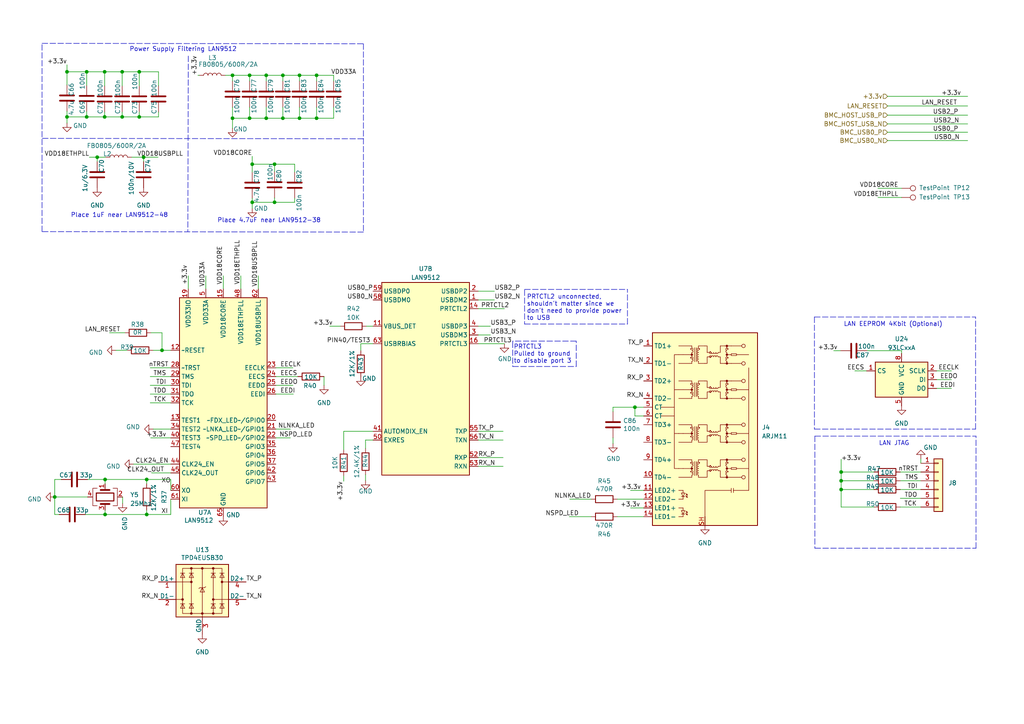
<source format=kicad_sch>
(kicad_sch (version 20210621) (generator eeschema)
  (paper "A4")
  (title_block (title "srvant-board MK1") (date "2021-07-14") (rev "rev-0.1dev"))
  (lib_symbols
    (symbol "CM4IO:TPD4EUSB30" (pin_names (offset 0))
      (property "Reference" "U" (at -0.635 8.89 0))
      (property "Value" "TPD4EUSB30" (at 8.89 -10.16 0))
      (symbol "TPD4EUSB30_1_1"
        (pin passive line (at -12.7 2.54 0) (length 5.08) (name "D1+") (number "1"))
        (pin passive line (at -12.7 2.54 0) (length 5.08) hide (name "~") (number "10"))
        (pin passive line (at -12.7 -2.54 0) (length 5.08) (name "D1-") (number "2"))
        (pin power_in line (at 0 -12.7 90) (length 5.08) (name "GND") (number "3"))
        (pin passive line (at 12.7 2.54 180) (length 5.08) (name "D2+") (number "4"))
        (pin passive line (at 12.7 -2.54 180) (length 5.08) (name "D2-") (number "5"))
        (pin passive line (at 12.7 -2.54 180) (length 5.08) hide (name "~") (number "6"))
        (pin passive line (at 12.7 2.54 180) (length 5.08) hide (name "~") (number "7"))
        (pin passive line (at 0 -12.7 90) (length 5.08) hide (name "GND") (number "8"))
        (pin passive line (at -12.7 -2.54 0) (length 5.08) hide (name "~") (number "9"))
      )
    )
    (symbol "Connector:ARJM11"
      (property "Reference" "J" (at -11.43 27.94 0))
      (property "Value" "ARJM11" (at 10.16 29.21 0))
      (symbol "ARJM11_1_1"
        (pin passive line (at -17.78 21.59 0) (length 2.54) (name "TD1+") (number "1"))
        (pin passive line (at -17.78 -16.51 0) (length 2.54) (name "TD4-") (number "10"))
        (pin passive line (at -17.78 -20.32 0) (length 2.54) (name "LED2+") (number "11"))
        (pin passive line (at -17.78 -22.86 0) (length 2.54) (name "LED2-") (number "12"))
        (pin passive line (at -17.78 -25.4 0) (length 2.54) (name "LED1+") (number "13"))
        (pin passive line (at -17.78 -27.94 0) (length 2.54) (name "LED1-") (number "14"))
        (pin passive line (at -17.78 16.51 0) (length 2.54) (name "TD1-") (number "2"))
        (pin passive line (at -17.78 11.43 0) (length 2.54) (name "TD2+") (number "3"))
        (pin passive line (at -17.78 6.35 0) (length 2.54) (name "TD2-") (number "4"))
        (pin passive line (at -17.78 3.81 0) (length 2.54) (name "CT") (number "5"))
        (pin passive line (at -17.78 1.27 0) (length 2.54) (name "CT") (number "6"))
        (pin passive line (at -17.78 -1.27 0) (length 2.54) (name "TD3+") (number "7"))
        (pin passive line (at -17.78 -6.35 0) (length 2.54) (name "TD3-") (number "8"))
        (pin passive line (at -17.78 -11.43 0) (length 2.54) (name "TD4+") (number "9"))
        (pin passive line (at 0 -30.48 90) (length 2.54) (name "~") (number "SH"))
      )
    )
    (symbol "Connector:TestPoint" (pin_numbers hide) (pin_names (offset 0.762) hide)
      (property "Reference" "TP" (at 0 6.858 0))
      (property "Value" "TestPoint" (at 0 5.08 0))
      (symbol "TestPoint_1_1"
        (pin passive line (at 0 0 90) (length 2.54) (name "1") (number "1"))
      )
    )
    (symbol "Connector_Generic:Conn_01x06" (pin_names (offset 1.016) hide)
      (property "Reference" "J" (at 0 7.62 0))
      (property "Value" "Conn_01x06" (at 0 -10.16 0))
      (symbol "Conn_01x06_1_1"
        (pin passive line (at -5.08 5.08 0) (length 3.81) (name "Pin_1") (number "1"))
        (pin passive line (at -5.08 2.54 0) (length 3.81) (name "Pin_2") (number "2"))
        (pin passive line (at -5.08 0 0) (length 3.81) (name "Pin_3") (number "3"))
        (pin passive line (at -5.08 -2.54 0) (length 3.81) (name "Pin_4") (number "4"))
        (pin passive line (at -5.08 -5.08 0) (length 3.81) (name "Pin_5") (number "5"))
        (pin passive line (at -5.08 -7.62 0) (length 3.81) (name "Pin_6") (number "6"))
      )
    )
    (symbol "Device:C" (pin_numbers hide) (pin_names (offset 0.254))
      (property "Reference" "C" (at 0.635 2.54 0))
      (property "Value" "C" (at 0.635 -2.54 0))
      (symbol "C_1_1"
        (pin passive line (at 0 3.81 270) (length 2.794) (name "~") (number "1"))
        (pin passive line (at 0 -3.81 90) (length 2.794) (name "~") (number "2"))
      )
    )
    (symbol "Device:Crystal_GND24" (pin_names (offset 1.016) hide)
      (property "Reference" "Y" (at 3.175 5.08 0))
      (property "Value" "Crystal_GND24" (at 3.175 3.175 0))
      (symbol "Crystal_GND24_1_1"
        (pin passive line (at -3.81 0 0) (length 1.27) (name "1") (number "1"))
        (pin passive line (at 0 5.08 270) (length 1.27) (name "2") (number "2"))
        (pin passive line (at 3.81 0 180) (length 1.27) (name "3") (number "3"))
        (pin passive line (at 0 -5.08 90) (length 1.27) (name "4") (number "4"))
      )
    )
    (symbol "Device:L" (pin_numbers hide) (pin_names (offset 1.016) hide)
      (property "Reference" "L" (at -1.27 0 90))
      (property "Value" "L" (at 1.905 0 90))
      (symbol "L_1_1"
        (pin passive line (at 0 3.81 270) (length 1.27) (name "1") (number "1"))
        (pin passive line (at 0 -3.81 90) (length 1.27) (name "2") (number "2"))
      )
    )
    (symbol "Device:R" (pin_numbers hide) (pin_names (offset 0))
      (property "Reference" "R" (at 2.032 0 90))
      (property "Value" "R" (at 0 0 90))
      (symbol "R_1_1"
        (pin passive line (at 0 3.81 270) (length 1.27) (name "~") (number "1"))
        (pin passive line (at 0 -3.81 90) (length 1.27) (name "~") (number "2"))
      )
    )
    (symbol "Interface_Ethernet:LAN9512"
      (property "Reference" "U" (at -15.24 31.75 0))
      (property "Value" "LAN9512" (at 15.24 31.75 0))
      (symbol "LAN9512_1_1"
        (pin passive line (at -5.08 33.02 270) (length 2.54) hide (name "VDD33A") (number "10"))
        (pin input line (at -15.24 15.24 0) (length 2.54) (name "~RESET") (number "12"))
        (pin input line (at -15.24 -5.08 0) (length 2.54) (name "TEST1") (number "13"))
        (pin power_in line (at 0 33.02 270) (length 2.54) (name "VDD18CORE") (number "15"))
        (pin power_in line (at -10.16 33.02 270) (length 2.54) (name "VDD33IO") (number "19"))
        (pin bidirectional line (at 15.24 -5.08 180) (length 2.54) (name "~FDX_LED~/GPIO0") (number "20"))
        (pin bidirectional line (at 15.24 -7.62 180) (length 2.54) (name "~LNKA_LED~/GPIO1") (number "21"))
        (pin bidirectional line (at 15.24 -10.16 180) (length 2.54) (name "~SPD_LED~/GPIO2") (number "22"))
        (pin output line (at 15.24 10.16 180) (length 2.54) (name "EECLK") (number "23"))
        (pin output line (at 15.24 7.62 180) (length 2.54) (name "EECS") (number "24"))
        (pin output line (at 15.24 5.08 180) (length 2.54) (name "EEDO") (number "25"))
        (pin input line (at 15.24 2.54 180) (length 2.54) (name "EEDI") (number "26"))
        (pin passive line (at -10.16 33.02 270) (length 2.54) hide (name "VDD33IO") (number "27"))
        (pin input line (at -15.24 10.16 0) (length 2.54) (name "~TRST") (number "28"))
        (pin input line (at -15.24 7.62 0) (length 2.54) (name "TMS") (number "29"))
        (pin input line (at -15.24 5.08 0) (length 2.54) (name "TDI") (number "30"))
        (pin output line (at -15.24 2.54 0) (length 2.54) (name "TDO") (number "31"))
        (pin input line (at -15.24 0 0) (length 2.54) (name "TCK") (number "32"))
        (pin passive line (at -10.16 33.02 270) (length 2.54) hide (name "VDD33IO") (number "33"))
        (pin input line (at -15.24 -7.62 0) (length 2.54) (name "TEST2") (number "34"))
        (pin bidirectional line (at 15.24 -12.7 180) (length 2.54) (name "GPIO3") (number "35"))
        (pin bidirectional line (at 15.24 -15.24 180) (length 2.54) (name "GPIO4") (number "36"))
        (pin bidirectional line (at 15.24 -17.78 180) (length 2.54) (name "GPIO5") (number "37"))
        (pin passive line (at 0 33.02 270) (length 2.54) hide (name "VDD18CORE") (number "38"))
        (pin passive line (at -10.16 33.02 270) (length 2.54) hide (name "VDD33IO") (number "39"))
        (pin input line (at -15.24 -10.16 0) (length 2.54) (name "TEST3") (number "40"))
        (pin bidirectional line (at 15.24 -20.32 180) (length 2.54) (name "GPIO6") (number "42"))
        (pin bidirectional line (at 15.24 -22.86 180) (length 2.54) (name "GPIO7") (number "43"))
        (pin input line (at -15.24 -17.78 0) (length 2.54) (name "CLK24_EN") (number "44"))
        (pin output line (at -15.24 -20.32 0) (length 2.54) (name "CLK24_OUT") (number "45"))
        (pin passive line (at -10.16 33.02 270) (length 2.54) hide (name "VDD33IO") (number "46"))
        (pin input line (at -15.24 -12.7 0) (length 2.54) (name "TEST4") (number "47"))
        (pin power_in line (at 5.08 33.02 270) (length 2.54) (name "VDD18ETHPLL") (number "48"))
        (pin passive line (at -5.08 33.02 270) (length 2.54) hide (name "VDD33A") (number "49"))
        (pin power_in line (at -5.08 33.02 270) (length 2.54) (name "VDD33A") (number "5"))
        (pin passive line (at -5.08 33.02 270) (length 2.54) hide (name "VDD33A") (number "51"))
        (pin passive line (at -5.08 33.02 270) (length 2.54) hide (name "VDD33A") (number "54"))
        (pin passive line (at -5.08 33.02 270) (length 2.54) hide (name "VDD33A") (number "57"))
        (pin input line (at -15.24 -25.4 0) (length 2.54) (name "XO") (number "60"))
        (pin input line (at -15.24 -27.94 0) (length 2.54) (name "XI") (number "61"))
        (pin power_in line (at 10.16 33.02 270) (length 2.54) (name "VDD18USBPLL") (number "62"))
        (pin passive line (at -5.08 33.02 270) (length 2.54) hide (name "VDD33A") (number "64"))
        (pin power_in line (at 0 -33.02 90) (length 2.54) (name "GND") (number "65"))
      )
      (symbol "LAN9512_2_1"
        (pin bidirectional line (at 15.24 22.86 180) (length 2.54) (name "USBDM2") (number "1"))
        (pin input line (at -15.24 15.24 0) (length 2.54) (name "VBUS_DET") (number "11"))
        (pin bidirectional line (at 15.24 20.32 180) (length 2.54) (name "PRTCTL2") (number "14"))
        (pin bidirectional line (at 15.24 10.16 180) (length 2.54) (name "PRTCTL3") (number "16"))
        (pin no_connect line (at 12.7 0 180) (length 2.54) hide (name "NC") (number "17"))
        (pin no_connect line (at 12.7 -10.16 180) (length 2.54) hide (name "NC") (number "18"))
        (pin bidirectional line (at 15.24 25.4 180) (length 2.54) (name "USBDP2") (number "2"))
        (pin bidirectional line (at 15.24 12.7 180) (length 2.54) (name "USBDM3") (number "3"))
        (pin bidirectional line (at 15.24 15.24 180) (length 2.54) (name "USBDP3") (number "4"))
        (pin input line (at -15.24 -15.24 0) (length 2.54) (name "AUTOMDIX_EN") (number "41"))
        (pin input line (at -15.24 -17.78 0) (length 2.54) (name "EXRES") (number "50"))
        (pin input line (at 15.24 -22.86 180) (length 2.54) (name "RXP") (number "52"))
        (pin input line (at 15.24 -25.4 180) (length 2.54) (name "RXN") (number "53"))
        (pin output line (at 15.24 -15.24 180) (length 2.54) (name "TXP") (number "55"))
        (pin output line (at 15.24 -17.78 180) (length 2.54) (name "TXN") (number "56"))
        (pin bidirectional line (at -15.24 22.86 0) (length 2.54) (name "USBDM0") (number "58"))
        (pin bidirectional line (at -15.24 25.4 0) (length 2.54) (name "USBDP0") (number "59"))
        (pin no_connect line (at 12.7 2.54 180) (length 2.54) hide (name "NC") (number "6"))
        (pin input line (at -15.24 10.16 0) (length 2.54) (name "USBRBIAS") (number "63"))
        (pin no_connect line (at 12.7 5.08 180) (length 2.54) hide (name "NC") (number "7"))
        (pin no_connect line (at 12.7 -7.62 180) (length 2.54) hide (name "NC") (number "8"))
        (pin no_connect line (at 12.7 -5.08 180) (length 2.54) hide (name "NC") (number "9"))
      )
    )
    (symbol "Memory_EEPROM:93LCxxA"
      (property "Reference" "U" (at -7.62 6.35 0))
      (property "Value" "93LCxxA" (at 2.54 -6.35 0))
      (symbol "93LCxxA_1_1"
        (pin input line (at -10.16 2.54 0) (length 2.54) (name "CS") (number "1"))
        (pin input line (at 10.16 2.54 180) (length 2.54) (name "SCLK") (number "2"))
        (pin input line (at 10.16 0 180) (length 2.54) (name "DI") (number "3"))
        (pin tri_state line (at 10.16 -2.54 180) (length 2.54) (name "DO") (number "4"))
        (pin power_in line (at 0 -7.62 90) (length 2.54) (name "GND") (number "5"))
        (pin no_connect line (at -7.62 0 0) (length 2.54) hide (name "NC") (number "6"))
        (pin no_connect line (at -7.62 -2.54 0) (length 2.54) hide (name "NC") (number "7"))
        (pin power_in line (at 0 7.62 270) (length 2.54) (name "VCC") (number "8"))
      )
    )
    (symbol "power:GND" (power) (pin_names (offset 0))
      (property "Value" "GND" (at 0 -3.81 0))
      (symbol "GND_1_1"
        (pin power_in line (at 0 0 270) (length 0) hide (name "GND") (number "1"))
      )
    )
  )
  (junction (at 15.875 144.145) (diameter 0.9144))
  (junction (at 19.431 20.828) (diameter 0.9144))
  (junction (at 19.431 33.909) (diameter 0.9144))
  (junction (at 25.146 20.828) (diameter 0.9144))
  (junction (at 25.146 33.909) (diameter 0.9144))
  (junction (at 28.194 45.593) (diameter 0.9144))
  (junction (at 30.353 20.828) (diameter 0.9144))
  (junction (at 30.353 33.909) (diameter 0.9144))
  (junction (at 30.48 139.065) (diameter 0.9144))
  (junction (at 30.48 149.225) (diameter 0.9144))
  (junction (at 35.433 20.828) (diameter 0.9144))
  (junction (at 35.433 33.909) (diameter 0.9144))
  (junction (at 40.386 20.828) (diameter 0.9144))
  (junction (at 40.386 33.909) (diameter 0.9144))
  (junction (at 41.656 45.593) (diameter 0.9144))
  (junction (at 42.545 139.065) (diameter 0.9144))
  (junction (at 42.545 149.225) (diameter 0.9144))
  (junction (at 46.99 101.6) (diameter 0.9144))
  (junction (at 67.437 21.844) (diameter 0.9144))
  (junction (at 67.437 34.29) (diameter 0.9144))
  (junction (at 72.39 21.844) (diameter 0.9144))
  (junction (at 72.39 34.29) (diameter 0.9144))
  (junction (at 73.152 47.625) (diameter 0.9144))
  (junction (at 73.152 58.674) (diameter 0.9144))
  (junction (at 77.216 21.844) (diameter 0.9144))
  (junction (at 77.216 34.29) (diameter 0.9144))
  (junction (at 79.629 47.625) (diameter 0.9144))
  (junction (at 79.629 58.674) (diameter 0.9144))
  (junction (at 82.042 21.844) (diameter 0.9144))
  (junction (at 82.042 34.29) (diameter 0.9144))
  (junction (at 86.868 21.844) (diameter 0.9144))
  (junction (at 86.868 34.29) (diameter 0.9144))
  (junction (at 91.821 21.844) (diameter 0.9144))
  (junction (at 91.821 34.29) (diameter 0.9144))
  (junction (at 184.15 118.11) (diameter 0.9144))
  (junction (at 243.967 136.906) (diameter 0.9144))
  (junction (at 243.967 139.446) (diameter 0.9144))
  (junction (at 243.967 141.986) (diameter 0.9144))
  (wire (pts (xy 15.875 139.065) (xy 15.875 144.145)))
  (wire (pts (xy 15.875 144.145) (xy 15.875 149.225)))
  (wire (pts (xy 15.875 144.145) (xy 25.4 144.145)))
  (wire (pts (xy 15.875 149.225) (xy 17.145 149.225)))
  (wire (pts (xy 17.78 139.065) (xy 15.875 139.065)))
  (wire (pts (xy 19.431 18.796) (xy 19.431 20.828)))
  (wire (pts (xy 19.431 20.828) (xy 25.146 20.828)))
  (wire (pts (xy 19.431 24.638) (xy 19.431 20.828)))
  (wire (pts (xy 19.431 32.258) (xy 19.431 33.909)))
  (wire (pts (xy 19.431 33.909) (xy 19.431 35.687)))
  (wire (pts (xy 19.431 33.909) (xy 25.146 33.909)))
  (wire (pts (xy 24.765 149.225) (xy 30.48 149.225)))
  (wire (pts (xy 25.146 20.828) (xy 25.146 24.765)))
  (wire (pts (xy 25.146 20.828) (xy 30.353 20.828)))
  (wire (pts (xy 25.146 32.385) (xy 25.146 33.909)))
  (wire (pts (xy 25.146 33.909) (xy 30.353 33.909)))
  (wire (pts (xy 25.4 139.065) (xy 30.48 139.065)))
  (wire (pts (xy 25.908 45.593) (xy 28.194 45.593)))
  (wire (pts (xy 28.194 45.593) (xy 28.194 46.863)))
  (wire (pts (xy 28.194 45.593) (xy 30.607 45.593)))
  (wire (pts (xy 30.353 20.828) (xy 30.353 24.892)))
  (wire (pts (xy 30.353 20.828) (xy 35.433 20.828)))
  (wire (pts (xy 30.353 32.512) (xy 30.353 33.909)))
  (wire (pts (xy 30.353 33.909) (xy 35.433 33.909)))
  (wire (pts (xy 30.48 139.065) (xy 30.48 140.335)))
  (wire (pts (xy 30.48 139.065) (xy 42.545 139.065)))
  (wire (pts (xy 30.48 147.955) (xy 30.48 149.225)))
  (wire (pts (xy 30.48 149.225) (xy 42.545 149.225)))
  (wire (pts (xy 31.75 96.52) (xy 36.195 96.52)))
  (wire (pts (xy 33.655 101.6) (xy 36.83 101.6)))
  (wire (pts (xy 35.433 20.828) (xy 35.433 24.892)))
  (wire (pts (xy 35.433 20.828) (xy 40.386 20.828)))
  (wire (pts (xy 35.433 32.512) (xy 35.433 33.909)))
  (wire (pts (xy 35.433 33.909) (xy 40.386 33.909)))
  (wire (pts (xy 35.56 144.145) (xy 35.56 145.9992)))
  (wire (pts (xy 38.227 45.593) (xy 41.656 45.593)))
  (wire (pts (xy 38.735 134.62) (xy 49.53 134.62)))
  (wire (pts (xy 40.386 20.828) (xy 40.386 24.892)))
  (wire (pts (xy 40.386 20.828) (xy 45.974 20.828)))
  (wire (pts (xy 40.386 32.512) (xy 40.386 33.909)))
  (wire (pts (xy 40.386 33.909) (xy 45.974 33.909)))
  (wire (pts (xy 41.656 45.593) (xy 41.656 46.863)))
  (wire (pts (xy 41.656 45.593) (xy 45.847 45.593)))
  (wire (pts (xy 42.545 139.065) (xy 42.545 140.335)))
  (wire (pts (xy 42.545 139.065) (xy 49.53 139.065)))
  (wire (pts (xy 42.545 147.955) (xy 42.545 149.225)))
  (wire (pts (xy 42.545 149.225) (xy 49.53 149.225)))
  (wire (pts (xy 43.561 106.68) (xy 49.53 106.68)))
  (wire (pts (xy 43.561 109.22) (xy 49.53 109.22)))
  (wire (pts (xy 43.561 111.76) (xy 49.53 111.76)))
  (wire (pts (xy 43.561 114.3) (xy 49.53 114.3)))
  (wire (pts (xy 43.561 116.84) (xy 49.53 116.84)))
  (wire (pts (xy 43.688 127) (xy 49.53 127)))
  (wire (pts (xy 43.815 96.52) (xy 46.99 96.52)))
  (wire (pts (xy 43.942 137.16) (xy 49.53 137.16)))
  (wire (pts (xy 44.45 101.6) (xy 46.99 101.6)))
  (wire (pts (xy 44.45 124.46) (xy 49.53 124.46)))
  (wire (pts (xy 45.974 20.828) (xy 45.974 24.892)))
  (wire (pts (xy 45.974 33.909) (xy 45.974 32.512)))
  (wire (pts (xy 46.99 101.6) (xy 46.99 96.52)))
  (wire (pts (xy 46.99 101.6) (xy 49.53 101.6)))
  (wire (pts (xy 49.53 139.065) (xy 49.53 142.24)))
  (wire (pts (xy 49.53 144.78) (xy 49.53 149.225)))
  (wire (pts (xy 54.61 80.01) (xy 54.61 83.82)))
  (wire (pts (xy 57.404 21.844) (xy 57.785 21.844)))
  (wire (pts (xy 59.69 80.01) (xy 59.69 83.82)))
  (wire (pts (xy 64.77 80.01) (xy 64.77 83.82)))
  (wire (pts (xy 65.405 21.844) (xy 67.437 21.844)))
  (wire (pts (xy 67.437 21.844) (xy 67.437 23.495)))
  (wire (pts (xy 67.437 21.844) (xy 72.39 21.844)))
  (wire (pts (xy 67.437 31.115) (xy 67.437 34.29)))
  (wire (pts (xy 67.437 34.29) (xy 72.39 34.29)))
  (wire (pts (xy 67.437 37.211) (xy 67.437 34.29)))
  (wire (pts (xy 69.85 80.01) (xy 69.85 83.82)))
  (wire (pts (xy 72.39 21.844) (xy 77.216 21.844)))
  (wire (pts (xy 72.39 23.495) (xy 72.39 21.844)))
  (wire (pts (xy 72.39 31.115) (xy 72.39 34.29)))
  (wire (pts (xy 72.39 34.29) (xy 77.216 34.29)))
  (wire (pts (xy 73.152 45.339) (xy 73.152 47.625)))
  (wire (pts (xy 73.152 47.625) (xy 73.152 49.911)))
  (wire (pts (xy 73.152 57.531) (xy 73.152 58.674)))
  (wire (pts (xy 73.152 58.674) (xy 73.152 60.452)))
  (wire (pts (xy 73.152 58.674) (xy 79.629 58.674)))
  (wire (pts (xy 74.93 80.01) (xy 74.93 83.82)))
  (wire (pts (xy 77.216 21.844) (xy 77.216 23.495)))
  (wire (pts (xy 77.216 21.844) (xy 82.042 21.844)))
  (wire (pts (xy 77.216 31.115) (xy 77.216 34.29)))
  (wire (pts (xy 77.216 34.29) (xy 82.042 34.29)))
  (wire (pts (xy 79.629 47.625) (xy 73.152 47.625)))
  (wire (pts (xy 79.629 49.784) (xy 79.629 47.625)))
  (wire (pts (xy 79.629 58.674) (xy 79.629 57.404)))
  (wire (pts (xy 80.01 106.68) (xy 84.963 106.68)))
  (wire (pts (xy 80.01 109.22) (xy 86.36 109.22)))
  (wire (pts (xy 80.01 111.76) (xy 84.963 111.76)))
  (wire (pts (xy 80.01 114.3) (xy 85.09 114.3)))
  (wire (pts (xy 80.01 124.46) (xy 84.2264 124.46)))
  (wire (pts (xy 80.01 127) (xy 84.2264 127)))
  (wire (pts (xy 82.042 21.844) (xy 82.042 23.495)))
  (wire (pts (xy 82.042 21.844) (xy 86.868 21.844)))
  (wire (pts (xy 82.042 31.115) (xy 82.042 34.29)))
  (wire (pts (xy 82.042 34.29) (xy 86.868 34.29)))
  (wire (pts (xy 85.471 47.625) (xy 79.629 47.625)))
  (wire (pts (xy 85.471 49.911) (xy 85.471 47.625)))
  (wire (pts (xy 85.471 57.531) (xy 85.471 58.674)))
  (wire (pts (xy 85.471 58.674) (xy 79.629 58.674)))
  (wire (pts (xy 86.868 21.844) (xy 86.868 23.495)))
  (wire (pts (xy 86.868 21.844) (xy 91.821 21.844)))
  (wire (pts (xy 86.868 31.115) (xy 86.868 34.29)))
  (wire (pts (xy 86.868 34.29) (xy 91.821 34.29)))
  (wire (pts (xy 91.821 21.844) (xy 91.821 23.495)))
  (wire (pts (xy 91.821 21.844) (xy 96.774 21.844)))
  (wire (pts (xy 91.821 31.115) (xy 91.821 34.29)))
  (wire (pts (xy 91.821 34.29) (xy 96.774 34.29)))
  (wire (pts (xy 93.98 109.22) (xy 93.98 111.76)))
  (wire (pts (xy 95.631 94.615) (xy 98.679 94.615)))
  (wire (pts (xy 96.774 21.844) (xy 96.774 23.495)))
  (wire (pts (xy 96.774 34.29) (xy 96.774 31.115)))
  (wire (pts (xy 99.695 125.095) (xy 108.204 125.095)))
  (wire (pts (xy 99.695 130.429) (xy 99.695 125.095)))
  (wire (pts (xy 99.695 139.573) (xy 99.695 138.049)))
  (wire (pts (xy 104.648 99.695) (xy 104.648 101.727)))
  (wire (pts (xy 104.648 99.695) (xy 108.204 99.695)))
  (wire (pts (xy 106.0196 127.635) (xy 106.0196 130.0734)))
  (wire (pts (xy 106.0196 137.6934) (xy 106.0196 139.3698)))
  (wire (pts (xy 106.299 94.615) (xy 108.204 94.615)))
  (wire (pts (xy 108.204 127.635) (xy 106.0196 127.635)))
  (wire (pts (xy 138.684 84.455) (xy 143.4084 84.455)))
  (wire (pts (xy 138.684 86.995) (xy 143.4084 86.995)))
  (wire (pts (xy 138.684 89.535) (xy 146.304 89.535)))
  (wire (pts (xy 138.684 99.695) (xy 146.304 99.695)))
  (wire (pts (xy 138.684 125.095) (xy 145.923 125.095)))
  (wire (pts (xy 138.684 127.635) (xy 145.923 127.635)))
  (wire (pts (xy 138.684 132.715) (xy 145.923 132.715)))
  (wire (pts (xy 138.684 135.255) (xy 145.923 135.255)))
  (wire (pts (xy 142.24 94.615) (xy 138.684 94.615)))
  (wire (pts (xy 142.24 97.155) (xy 138.684 97.155)))
  (wire (pts (xy 165.1 149.86) (xy 171.45 149.86)))
  (wire (pts (xy 165.227 144.78) (xy 171.45 144.78)))
  (wire (pts (xy 177.8 118.11) (xy 184.15 118.11)))
  (wire (pts (xy 177.8 119.38) (xy 177.8 118.11)))
  (wire (pts (xy 177.8 128.651) (xy 177.8 127)))
  (wire (pts (xy 179.07 144.78) (xy 186.69 144.78)))
  (wire (pts (xy 179.07 149.86) (xy 186.69 149.86)))
  (wire (pts (xy 182.88 147.32) (xy 186.69 147.32)))
  (wire (pts (xy 184.15 118.11) (xy 186.69 118.11)))
  (wire (pts (xy 184.15 120.65) (xy 184.15 118.11)))
  (wire (pts (xy 186.69 120.65) (xy 184.15 120.65)))
  (wire (pts (xy 186.69 142.24) (xy 182.88 142.24)))
  (wire (pts (xy 241.808 101.727) (xy 243.84 101.727)))
  (wire (pts (xy 243.967 133.223) (xy 243.967 136.906)))
  (wire (pts (xy 243.967 139.446) (xy 243.967 136.906)))
  (wire (pts (xy 243.967 141.986) (xy 243.967 139.446)))
  (wire (pts (xy 243.967 147.066) (xy 243.967 141.986)))
  (wire (pts (xy 247.904 107.569) (xy 251.333 107.569)))
  (wire (pts (xy 253.492 136.906) (xy 243.967 136.906)))
  (wire (pts (xy 253.492 139.446) (xy 243.967 139.446)))
  (wire (pts (xy 253.492 141.986) (xy 243.967 141.986)))
  (wire (pts (xy 253.492 147.066) (xy 243.967 147.066)))
  (wire (pts (xy 254.635 54.61) (xy 261.493 54.61)))
  (wire (pts (xy 254.635 57.277) (xy 261.493 57.277)))
  (wire (pts (xy 257.429 27.94) (xy 280.67 27.94)))
  (wire (pts (xy 257.429 30.734) (xy 280.67 30.734)))
  (wire (pts (xy 257.429 33.401) (xy 280.67 33.401)))
  (wire (pts (xy 257.429 35.941) (xy 280.67 35.941)))
  (wire (pts (xy 257.429 38.354) (xy 280.67 38.354)))
  (wire (pts (xy 257.429 40.767) (xy 280.67 40.767)))
  (wire (pts (xy 261.112 136.906) (xy 267.081 136.906)))
  (wire (pts (xy 261.112 139.446) (xy 267.081 139.446)))
  (wire (pts (xy 261.112 141.986) (xy 267.081 141.986)))
  (wire (pts (xy 261.112 144.526) (xy 267.081 144.526)))
  (wire (pts (xy 261.112 147.066) (xy 267.081 147.066)))
  (wire (pts (xy 261.493 101.727) (xy 251.46 101.727)))
  (wire (pts (xy 261.493 101.727) (xy 261.493 102.489)))
  (wire (pts (xy 267.081 134.366) (xy 267.081 133.096)))
  (wire (pts (xy 271.653 107.569) (xy 275.971 107.569)))
  (wire (pts (xy 271.653 110.109) (xy 275.971 110.109)))
  (wire (pts (xy 271.653 112.649) (xy 275.971 112.649)))
  (polyline (pts (xy 12.192 12.573) (xy 105.41 12.7)) (stroke (width 0) (type dash)))
  (polyline (pts (xy 12.192 67.183) (xy 12.192 12.573)) (stroke (width 0) (type dash)))
  (polyline (pts (xy 54.61 16.256) (xy 54.483 67.183)) (stroke (width 0) (type dash)))
  (polyline (pts (xy 105.41 12.7) (xy 105.41 67.31)) (stroke (width 0) (type dash)))
  (polyline (pts (xy 105.41 40.259) (xy 12.192 40.132)) (stroke (width 0) (type dash)))
  (polyline (pts (xy 105.41 67.31) (xy 12.192 67.183)) (stroke (width 0) (type dash)))
  (polyline (pts (xy 148.717 98.933) (xy 148.717 99.187)) (stroke (width 0) (type dash)))
  (polyline (pts (xy 148.717 99.187) (xy 148.717 106.299)) (stroke (width 0) (type dash)))
  (polyline (pts (xy 148.717 106.299) (xy 167.132 106.299)) (stroke (width 0) (type dash)))
  (polyline (pts (xy 152.146 83.947) (xy 181.991 83.947)) (stroke (width 0) (type dash)))
  (polyline (pts (xy 152.146 84.074) (xy 152.146 93.98)) (stroke (width 0) (type dash)))
  (polyline (pts (xy 152.146 93.98) (xy 181.991 93.98)) (stroke (width 0) (type dash)))
  (polyline (pts (xy 167.132 98.933) (xy 148.717 98.933)) (stroke (width 0) (type dash)))
  (polyline (pts (xy 167.132 106.299) (xy 167.132 98.933)) (stroke (width 0) (type dash)))
  (polyline (pts (xy 181.991 93.98) (xy 181.991 83.947)) (stroke (width 0) (type dash)))
  (polyline (pts (xy 236.22 91.948) (xy 236.22 124.46)) (stroke (width 0) (type dash)))
  (polyline (pts (xy 236.22 91.948) (xy 282.956 91.948)) (stroke (width 0) (type dash)))
  (polyline (pts (xy 236.22 124.46) (xy 282.956 124.46)) (stroke (width 0) (type dash)))
  (polyline (pts (xy 236.347 126.492) (xy 236.347 159.004)) (stroke (width 0) (type dash)))
  (polyline (pts (xy 236.347 126.492) (xy 283.083 126.492)) (stroke (width 0) (type dash)))
  (polyline (pts (xy 236.347 159.004) (xy 283.083 159.004)) (stroke (width 0) (type dash)))
  (polyline (pts (xy 282.956 124.46) (xy 282.956 91.948)) (stroke (width 0) (type dash)))
  (polyline (pts (xy 283.083 159.004) (xy 283.083 126.492)) (stroke (width 0) (type dash)))
  (text "Place 1uF near LAN9512-48" (at 48.768 63.246 180) (effects (font (size 1.27 1.27)) (justify right bottom)))
  (text "Power Supply Filtering LAN9512" (at 68.707 15.113 180) (effects (font (size 1.27 1.27)) (justify right bottom)))
  (text "Place 4.7uF near LAN9512-38" (at 93.091 64.77 180) (effects (font (size 1.27 1.27)) (justify right bottom)))
  (text "PRTCTL3\nPulled to ground \nto disable port 3" (at 148.971 105.537 0) (effects (font (size 1.27 1.27)) (justify left bottom)))
  (text "PRTCTL2 unconnected,\nshouldn't matter since we \ndon't need to provide power\nto USB\n" (at 152.781 93.091 0) (effects (font (size 1.27 1.27)) (justify left bottom)))
  (text "LAN JTAG" (at 263.779 129.413 180) (effects (font (size 1.27 1.27)) (justify right bottom)))
  (text "LAN EEPROM 4Kbit (Optional)" (at 273.431 94.869 180) (effects (font (size 1.27 1.27)) (justify right bottom)))
  (label "+3.3v" (at 19.431 18.796 180))
  (label "VDD18ETHPLL" (at 25.908 45.593 180))
  (label "LAN_RESET" (at 34.925 96.52 180))
  (label "VDD18USBPLL" (at 39.751 45.593 0))
  (label "RX_P" (at 45.974 168.783 180))
  (label "RX_N" (at 45.974 173.863 180))
  (label "CLK24_OUT" (at 47.625 137.16 180))
  (label "TMS" (at 48.26 109.22 180))
  (label "TDI" (at 48.26 111.76 180))
  (label "TDO" (at 48.26 114.3 180))
  (label "TCK" (at 48.26 116.84 180))
  (label "+3.3v" (at 48.26 127 180))
  (label "XI" (at 48.768 149.225 180))
  (label "nTRST" (at 48.895 106.68 180))
  (label "CLK24_EN" (at 48.895 134.62 180))
  (label "XO" (at 49.53 140.335 180))
  (label "+3.3v" (at 54.61 82.55 90))
  (label "+3.3v" (at 57.404 21.844 90))
  (label "VDD33A" (at 59.69 83.185 90))
  (label "VDD18CORE" (at 64.77 82.55 90))
  (label "VDD18ETHPLL" (at 69.85 82.55 90))
  (label "TX_P" (at 71.374 168.783 0))
  (label "TX_N" (at 71.374 173.863 0))
  (label "VDD18CORE" (at 73.152 45.339 180))
  (label "VDD18USBPLL" (at 74.93 83.185 90))
  (label "NLNKA_LED" (at 80.645 124.46 0))
  (label "NSPD_LED" (at 81.0006 127 0))
  (label "EECLK" (at 81.28 106.68 0))
  (label "EECS" (at 81.28 109.22 0))
  (label "EEDO" (at 81.28 111.76 0))
  (label "EEDI" (at 81.28 114.3 0))
  (label "VDD33A" (at 96.012 21.844 0))
  (label "+3.3v" (at 96.52 94.615 180))
  (label "+3.3v" (at 99.695 139.573 270))
  (label "PIN40{slash}TEST3" (at 107.442 99.695 180))
  (label "USB0_P" (at 108.204 84.455 180))
  (label "USB0_N" (at 108.204 86.995 180))
  (label "TX_P" (at 138.684 125.095 0))
  (label "TX_N" (at 138.684 127.635 0))
  (label "RX_P" (at 138.684 132.715 0))
  (label "RX_N" (at 138.684 135.255 0))
  (label "PRTCTL2" (at 139.4968 89.535 0))
  (label "PRTCTL3" (at 140.2588 99.695 0))
  (label "USB3_P" (at 142.24 94.615 0))
  (label "USB3_N" (at 142.24 97.155 0))
  (label "USB2_P" (at 143.4084 84.455 0))
  (label "USB2_N" (at 143.4084 86.995 0))
  (label "NSPD_LED" (at 167.894 149.86 180))
  (label "NLNKA_LED" (at 171.45 144.78 180))
  (label "+3.3v" (at 185.674 147.32 180))
  (label "+3.3v" (at 185.928 142.24 180))
  (label "TX_P" (at 186.69 100.33 180))
  (label "TX_N" (at 186.69 105.41 180))
  (label "RX_P" (at 186.69 110.49 180))
  (label "RX_N" (at 186.69 115.57 180))
  (label "+3.3v" (at 242.951 101.727 180))
  (label "+3.3v" (at 243.967 133.858 0))
  (label "EECS" (at 250.698 107.569 180))
  (label "VDD18CORE" (at 260.604 54.61 180))
  (label "VDD18ETHPLL" (at 260.604 57.277 180))
  (label "TCK" (at 265.938 147.066 180))
  (label "TDO" (at 266.065 144.526 180))
  (label "TDI" (at 266.192 141.986 180))
  (label "nTRST" (at 266.319 136.906 180))
  (label "TMS" (at 266.319 139.446 180))
  (label "EECLK" (at 272.161 107.569 0))
  (label "EEDO" (at 272.669 110.109 0))
  (label "EEDI" (at 272.669 112.649 0))
  (label "LAN_RESET" (at 277.622 30.734 180))
  (label "USB2_P" (at 278.003 33.401 180))
  (label "USB0_P" (at 278.003 38.354 180))
  (label "USB2_N" (at 278.257 35.941 180))
  (label "USB0_N" (at 278.384 40.767 180))
  (label "+3.3v" (at 278.765 27.94 180))
  (hierarchical_label "+3.3v" (shape input) (at 257.429 27.94 180))
  (hierarchical_label "LAN_RESET" (shape input) (at 257.429 30.734 180))
  (hierarchical_label "BMC_HOST_USB_P" (shape input) (at 257.429 33.401 180))
  (hierarchical_label "BMC_HOST_USB_N" (shape input) (at 257.429 35.941 180))
  (hierarchical_label "BMC_USB0_P" (shape input) (at 257.429 38.354 180))
  (hierarchical_label "BMC_USB0_N" (shape input) (at 257.429 40.767 180))
  (symbol (lib_id "Connector:TestPoint") (at 261.493 54.61 270) (unit 1)
    (property "Reference" "TP12" (at 276.479 54.4829 90) (effects (justify left)))
    (property "Value" "TestPoint" (at 266.573 54.4829 90) (effects (justify left)))
    (property "Footprint" "TestPoint:TestPoint_Pad_1.0x1.0mm" (effects hide))
    (property "Datasheet" "~{}" (effects hide))
  )
  (symbol (lib_id "Connector:TestPoint") (at 261.493 57.277 270) (unit 1)
    (property "Reference" "TP13" (at 276.479 57.1499 90) (effects (justify left)))
    (property "Value" "TestPoint" (at 266.573 57.1499 90) (effects (justify left)))
    (property "Footprint" "TestPoint:TestPoint_Pad_1.0x1.0mm" (effects hide))
    (property "Datasheet" "~{}" (effects hide))
  )
  (symbol (lib_id "power:GND") (at 15.875 144.145 270) (unit 1)
    (property "Reference" "#PWR0131" (effects hide))
    (property "Value" "GND" (at 12.065 144.7799 90) (effects (justify right)))
  )
  (symbol (lib_id "power:GND") (at 19.431 35.687 0) (unit 1)
    (property "Reference" "#PWR0156" (effects hide))
    (property "Value" "GND" (at 23.241 36.449 0))
  )
  (symbol (lib_id "power:GND") (at 28.194 54.483 0) (unit 1)
    (property "Reference" "#PWR0170" (effects hide))
    (property "Value" "GND" (at 28.194 59.563 0))
  )
  (symbol (lib_id "power:GND") (at 33.655 101.6 270) (unit 1)
    (property "Reference" "#PWR0200" (effects hide))
    (property "Value" "GND" (at 29.845 102.2349 90) (effects (justify right)))
  )
  (symbol (lib_id "power:GND") (at 35.56 145.9992 0) (unit 1)
    (property "Reference" "#PWR0133" (effects hide))
    (property "Value" "GND" (at 36.1949 149.8092 90) (effects (justify right)))
  )
  (symbol (lib_id "power:GND") (at 38.735 134.62 270) (unit 1)
    (property "Reference" "#PWR0197" (effects hide))
    (property "Value" "GND" (at 34.925 135.2549 90) (effects (justify right)))
  )
  (symbol (lib_id "power:GND") (at 41.656 54.483 0) (unit 1)
    (property "Reference" "#PWR0176" (effects hide))
    (property "Value" "GND" (at 41.656 59.563 0))
  )
  (symbol (lib_id "power:GND") (at 44.45 124.46 270) (unit 1)
    (property "Reference" "#PWR0201" (effects hide))
    (property "Value" "GND" (at 40.64 123.8251 90) (effects (justify right)))
  )
  (symbol (lib_id "power:GND") (at 58.674 184.023 0) (unit 1)
    (property "Reference" "#PWR0199" (effects hide))
    (property "Value" "GND" (at 58.674 189.103 0))
  )
  (symbol (lib_id "power:GND") (at 64.77 149.86 0) (unit 1)
    (property "Reference" "#PWR0194" (effects hide))
    (property "Value" "GND" (at 69.6721 149.352 0) (effects (justify right)))
  )
  (symbol (lib_id "power:GND") (at 67.437 37.211 0) (unit 1)
    (property "Reference" "#PWR0143" (effects hide))
    (property "Value" "GND" (at 69.723 37.465 0))
  )
  (symbol (lib_id "power:GND") (at 73.152 60.452 0) (unit 1)
    (property "Reference" "#PWR0145" (effects hide))
    (property "Value" "GND" (at 75.692 60.452 0))
  )
  (symbol (lib_id "power:GND") (at 93.98 111.76 0) (unit 1)
    (property "Reference" "#PWR0188" (effects hide))
    (property "Value" "GND" (at 93.98 116.84 0))
  )
  (symbol (lib_id "power:GND") (at 104.648 109.347 0) (unit 1)
    (property "Reference" "#PWR0186" (effects hide))
    (property "Value" "GND" (at 109.1183 109.7788 0) (effects (justify right)))
  )
  (symbol (lib_id "power:GND") (at 106.0196 139.3698 0) (unit 1)
    (property "Reference" "#PWR0204" (effects hide))
    (property "Value" "GND" (at 108.0769 142.4686 0) (effects (justify right)))
  )
  (symbol (lib_id "power:GND") (at 146.304 99.695 0) (unit 1)
    (property "Reference" "#PWR0124" (effects hide))
    (property "Value" "GND" (at 146.431 104.0892 0))
  )
  (symbol (lib_id "power:GND") (at 177.8 128.651 0) (unit 1)
    (property "Reference" "#PWR0195" (effects hide))
    (property "Value" "GND" (at 177.927 133.0452 0))
  )
  (symbol (lib_id "power:GND") (at 204.47 152.4 0) (unit 1)
    (property "Reference" "#PWR0205" (effects hide))
    (property "Value" "GND" (at 204.47 157.48 0))
  )
  (symbol (lib_id "power:GND") (at 261.493 117.729 0) (unit 1)
    (property "Reference" "#PWR0203" (effects hide))
    (property "Value" "GND" (at 261.493 122.809 0))
  )
  (symbol (lib_id "power:GND") (at 267.081 133.096 180) (unit 1)
    (property "Reference" "#PWR0202" (effects hide))
    (property "Value" "GND" (at 267.8429 129.794 0) (effects (justify right)))
  )
  (symbol (lib_id "Device:L") (at 34.417 45.593 90) (unit 1)
    (property "Reference" "L2" (at 31.115 44.6278 90))
    (property "Value" "FB0805/600R/2A" (at 33.782 42.2656 90))
    (property "Footprint" "Inductor_SMD:L_0805_2012Metric" (effects hide))
    (property "Datasheet" "~{}" (effects hide))
  )
  (symbol (lib_id "Device:L") (at 61.595 21.844 90) (unit 1)
    (property "Reference" "L3" (at 61.595 16.764 90))
    (property "Value" "FB0805/600R/2A" (at 66.167 18.669 90))
    (property "Footprint" "Inductor_SMD:L_0805_2012Metric" (effects hide))
    (property "Datasheet" "~{}" (effects hide))
  )
  (symbol (lib_id "Device:R") (at 40.005 96.52 270) (unit 1)
    (property "Reference" "R38" (at 39.878 94.107 90))
    (property "Value" "0R" (at 39.878 96.393 90))
    (property "Footprint" "Resistor_SMD:R_0402_1005Metric" (effects hide))
    (property "Datasheet" "~{}" (effects hide))
  )
  (symbol (lib_id "Device:R") (at 40.64 101.6 270) (unit 1)
    (property "Reference" "R39" (at 36.83 100.711 90))
    (property "Value" "10K" (at 40.64 101.727 90))
    (property "Footprint" "Resistor_SMD:R_0402_1005Metric" (effects hide))
    (property "Datasheet" "~{}" (effects hide))
  )
  (symbol (lib_id "Device:R") (at 42.545 144.145 180) (unit 1)
    (property "Reference" "R37" (at 47.625 144.145 90))
    (property "Value" "12K/1%" (at 44.5516 144.3736 90))
    (property "Footprint" "Resistor_SMD:R_0402_1005Metric" (effects hide))
    (property "Datasheet" "~{}" (effects hide))
  )
  (symbol (lib_id "Device:R") (at 90.17 109.22 270) (unit 1)
    (property "Reference" "R40" (at 89.916 111.887 90))
    (property "Value" "10K" (at 90.17 109.347 90))
    (property "Footprint" "Resistor_SMD:R_0402_1005Metric" (effects hide))
    (property "Datasheet" "~{}" (effects hide))
  )
  (symbol (lib_id "Device:R") (at 99.695 134.239 180) (unit 1)
    (property "Reference" "R41" (at 99.695 134.239 90))
    (property "Value" "10K" (at 97.155 134.239 90))
    (property "Footprint" "Resistor_SMD:R_0402_1005Metric" (effects hide))
    (property "Datasheet" "~{}" (effects hide))
  )
  (symbol (lib_id "Device:R") (at 102.489 94.615 90) (unit 1)
    (property "Reference" "R42" (at 102.489 89.535 90))
    (property "Value" "10K" (at 102.489 92.075 90))
    (property "Footprint" "Resistor_SMD:R_0402_1005Metric" (effects hide))
    (property "Datasheet" "~{}" (effects hide))
  )
  (symbol (lib_id "Device:R") (at 104.648 105.537 180) (unit 1)
    (property "Reference" "R43" (at 104.648 105.537 90))
    (property "Value" "12K/1%" (at 102.108 105.537 90))
    (property "Footprint" "Resistor_SMD:R_0402_1005Metric" (effects hide))
    (property "Datasheet" "~{}" (effects hide))
  )
  (symbol (lib_id "Device:R") (at 106.0196 133.8834 180) (unit 1)
    (property "Reference" "R44" (at 105.9688 133.6802 90))
    (property "Value" "12.4K/1%" (at 103.4796 133.8834 90))
    (property "Footprint" "Resistor_SMD:R_0402_1005Metric" (effects hide))
    (property "Datasheet" "~{}" (effects hide))
  )
  (symbol (lib_id "Device:R") (at 175.26 144.78 270) (unit 1)
    (property "Reference" "R45" (at 175.26 139.5222 90))
    (property "Value" "470R" (at 175.26 141.8336 90))
    (property "Footprint" "Resistor_SMD:R_0402_1005Metric" (effects hide))
    (property "Datasheet" "https://fscdn.rohm.com/en/products/databook/datasheet/passive/resistor/chip_resistor/mcr-e.pdf" (effects hide))
    (property "Field4" "Farnell" (effects hide))
    (property "Field5" "9239197" (effects hide))
    (property "Field7" "KOA EUROPE GMBH" (effects hide))
    (property "Field6" "RK73G1ETQTP4700D         " (effects hide))
    (property "Field8" "120887981" (effects hide))
    (property "Part Description" "Resistor 470R M1005 1% 63mW" (effects hide))
  )
  (symbol (lib_id "Device:R") (at 175.26 149.86 270) (unit 1)
    (property "Reference" "R46" (at 175.26 154.94 90))
    (property "Value" "470R" (at 175.26 152.4 90))
    (property "Footprint" "Resistor_SMD:R_0402_1005Metric" (effects hide))
    (property "Datasheet" "https://fscdn.rohm.com/en/products/databook/datasheet/passive/resistor/chip_resistor/mcr-e.pdf" (effects hide))
    (property "Field4" "Farnell" (effects hide))
    (property "Field5" "9239197" (effects hide))
    (property "Field7" "KOA EUROPE GMBH" (effects hide))
    (property "Field6" "RK73G1ETQTP4700D         " (effects hide))
    (property "Field8" "120887981" (effects hide))
    (property "Part Description" "Resistor 470R M1005 1% 63mW" (effects hide))
  )
  (symbol (lib_id "Device:R") (at 257.302 136.906 270) (unit 1)
    (property "Reference" "R47" (at 253.492 136.017 90))
    (property "Value" "10K" (at 257.302 137.033 90))
    (property "Footprint" "Resistor_SMD:R_0402_1005Metric" (effects hide))
    (property "Datasheet" "~{}" (effects hide))
  )
  (symbol (lib_id "Device:R") (at 257.302 139.446 270) (unit 1)
    (property "Reference" "R48" (at 253.111 138.557 90))
    (property "Value" "10K" (at 257.302 139.573 90))
    (property "Footprint" "Resistor_SMD:R_0402_1005Metric" (effects hide))
    (property "Datasheet" "~{}" (effects hide))
  )
  (symbol (lib_id "Device:R") (at 257.302 141.986 270) (unit 1)
    (property "Reference" "R49" (at 253.111 141.097 90))
    (property "Value" "10K" (at 257.302 142.113 90))
    (property "Footprint" "Resistor_SMD:R_0402_1005Metric" (effects hide))
    (property "Datasheet" "~{}" (effects hide))
  )
  (symbol (lib_id "Device:R") (at 257.302 147.066 270) (unit 1)
    (property "Reference" "R50" (at 253.111 146.177 90))
    (property "Value" "10K" (at 257.302 147.193 90))
    (property "Footprint" "Resistor_SMD:R_0402_1005Metric" (effects hide))
    (property "Datasheet" "~{}" (effects hide))
  )
  (symbol (lib_id "Device:C") (at 19.431 28.448 0) (unit 1)
    (property "Reference" "C66" (at 20.701 24.0031 90) (effects (justify right)))
    (property "Value" "4.7u" (at 20.701 29.0831 90) (effects (justify right)))
    (property "Footprint" "Capacitor_SMD:C_0402_1005Metric" (effects hide))
    (property "Datasheet" "~{}" (effects hide))
  )
  (symbol (lib_id "Device:C") (at 20.955 149.225 90) (unit 1)
    (property "Reference" "C68" (at 16.5101 147.955 90) (effects (justify right)))
    (property "Value" "33p" (at 21.9711 147.955 90) (effects (justify right)))
    (property "Footprint" "Capacitor_SMD:C_0402_1005Metric" (effects hide))
    (property "Datasheet" "~{}" (effects hide))
  )
  (symbol (lib_id "Device:C") (at 21.59 139.065 90) (unit 1)
    (property "Reference" "C67" (at 17.1451 137.795 90) (effects (justify right)))
    (property "Value" "33p" (at 23.1141 137.795 90) (effects (justify right)))
    (property "Footprint" "Capacitor_SMD:C_0402_1005Metric" (effects hide))
    (property "Datasheet" "~{}" (effects hide))
  )
  (symbol (lib_id "Device:C") (at 25.146 28.575 180) (unit 1)
    (property "Reference" "C69" (at 23.876 31.115 90))
    (property "Value" "100n" (at 23.876 23.495 90))
    (property "Footprint" "Capacitor_SMD:C_0402_1005Metric" (effects hide))
    (property "Datasheet" "~{}" (effects hide))
  )
  (symbol (lib_id "Device:C") (at 28.194 50.673 0) (unit 1)
    (property "Reference" "C70" (at 29.464 48.133 90))
    (property "Value" "1u/6.3V" (at 24.638 51.689 90))
    (property "Footprint" "Capacitor_SMD:C_0402_1005Metric" (effects hide))
    (property "Datasheet" "~{}" (effects hide))
  )
  (symbol (lib_id "Device:C") (at 30.353 28.702 180) (unit 1)
    (property "Reference" "C71" (at 29.083 33.1469 90) (effects (justify right)))
    (property "Value" "100n" (at 29.083 28.0669 90) (effects (justify right)))
    (property "Footprint" "Capacitor_SMD:C_0402_1005Metric" (effects hide))
    (property "Datasheet" "~{}" (effects hide))
  )
  (symbol (lib_id "Device:C") (at 35.433 28.702 180) (unit 1)
    (property "Reference" "C72" (at 34.163 33.1469 90) (effects (justify right)))
    (property "Value" "100n" (at 34.163 28.0669 90) (effects (justify right)))
    (property "Footprint" "Capacitor_SMD:C_0402_1005Metric" (effects hide))
    (property "Datasheet" "~{}" (effects hide))
  )
  (symbol (lib_id "Device:C") (at 40.386 28.702 180) (unit 1)
    (property "Reference" "C73" (at 39.116 31.242 90))
    (property "Value" "100n" (at 39.116 23.622 90))
    (property "Footprint" "Capacitor_SMD:C_0402_1005Metric" (effects hide))
    (property "Datasheet" "~{}" (effects hide))
  )
  (symbol (lib_id "Device:C") (at 41.656 50.673 0) (unit 1)
    (property "Reference" "C74" (at 42.926 48.133 90))
    (property "Value" "100n/10V" (at 38.1 51.689 90))
    (property "Footprint" "Capacitor_SMD:C_0402_1005Metric" (effects hide))
    (property "Datasheet" "~{}" (effects hide))
  )
  (symbol (lib_id "Device:C") (at 45.974 28.702 180) (unit 1)
    (property "Reference" "C75" (at 44.704 33.1469 90) (effects (justify right)))
    (property "Value" "100n" (at 44.704 28.0669 90) (effects (justify right)))
    (property "Footprint" "Capacitor_SMD:C_0402_1005Metric" (effects hide))
    (property "Datasheet" "~{}" (effects hide))
  )
  (symbol (lib_id "Device:C") (at 67.437 27.305 0) (unit 1)
    (property "Reference" "C76" (at 68.707 22.8601 90) (effects (justify right)))
    (property "Value" "100n" (at 68.707 27.9401 90) (effects (justify right)))
    (property "Footprint" "Capacitor_SMD:C_0402_1005Metric" (effects hide))
    (property "Datasheet" "~{}" (effects hide))
  )
  (symbol (lib_id "Device:C") (at 72.39 27.305 0) (unit 1)
    (property "Reference" "C77" (at 73.66 22.8601 90) (effects (justify right)))
    (property "Value" "100n" (at 73.66 27.9401 90) (effects (justify right)))
    (property "Footprint" "Capacitor_SMD:C_0402_1005Metric" (effects hide))
    (property "Datasheet" "~{}" (effects hide))
  )
  (symbol (lib_id "Device:C") (at 73.152 53.721 0) (unit 1)
    (property "Reference" "C78" (at 74.422 49.2761 90) (effects (justify right)))
    (property "Value" "4.7u" (at 74.422 54.3561 90) (effects (justify right)))
    (property "Footprint" "Capacitor_SMD:C_0402_1005Metric" (effects hide))
    (property "Datasheet" "~{}" (effects hide))
  )
  (symbol (lib_id "Device:C") (at 77.216 27.305 0) (unit 1)
    (property "Reference" "C79" (at 78.486 22.8601 90) (effects (justify right)))
    (property "Value" "100n" (at 78.486 27.9401 90) (effects (justify right)))
    (property "Footprint" "Capacitor_SMD:C_0402_1005Metric" (effects hide))
    (property "Datasheet" "~{}" (effects hide))
  )
  (symbol (lib_id "Device:C") (at 79.629 53.594 0) (unit 1)
    (property "Reference" "C80" (at 80.899 51.054 90))
    (property "Value" "100n" (at 78.359 49.911 90))
    (property "Footprint" "Capacitor_SMD:C_0402_1005Metric" (effects hide))
    (property "Datasheet" "~{}" (effects hide))
  )
  (symbol (lib_id "Device:C") (at 82.042 27.305 0) (unit 1)
    (property "Reference" "C81" (at 83.312 22.8601 90) (effects (justify right)))
    (property "Value" "100n" (at 83.312 27.9401 90) (effects (justify right)))
    (property "Footprint" "Capacitor_SMD:C_0402_1005Metric" (effects hide))
    (property "Datasheet" "~{}" (effects hide))
  )
  (symbol (lib_id "Device:C") (at 85.471 53.721 0) (unit 1)
    (property "Reference" "C82" (at 86.741 51.181 90))
    (property "Value" "100n" (at 86.741 58.801 90))
    (property "Footprint" "Capacitor_SMD:C_0402_1005Metric" (effects hide))
    (property "Datasheet" "~{}" (effects hide))
  )
  (symbol (lib_id "Device:C") (at 86.868 27.305 0) (unit 1)
    (property "Reference" "C83" (at 88.138 22.8601 90) (effects (justify right)))
    (property "Value" "100n" (at 88.138 27.9401 90) (effects (justify right)))
    (property "Footprint" "Capacitor_SMD:C_0402_1005Metric" (effects hide))
    (property "Datasheet" "~{}" (effects hide))
  )
  (symbol (lib_id "Device:C") (at 91.821 27.305 0) (unit 1)
    (property "Reference" "C84" (at 93.091 22.8601 90) (effects (justify right)))
    (property "Value" "100n" (at 93.091 27.9401 90) (effects (justify right)))
    (property "Footprint" "Capacitor_SMD:C_0402_1005Metric" (effects hide))
    (property "Datasheet" "~{}" (effects hide))
  )
  (symbol (lib_id "Device:C") (at 96.774 27.305 0) (unit 1)
    (property "Reference" "C85" (at 98.044 22.8601 90) (effects (justify right)))
    (property "Value" "100n" (at 98.044 27.9401 90) (effects (justify right)))
    (property "Footprint" "Capacitor_SMD:C_0402_1005Metric" (effects hide))
    (property "Datasheet" "~{}" (effects hide))
  )
  (symbol (lib_id "Device:C") (at 177.8 123.19 0) (unit 1)
    (property "Reference" "C86" (at 180.721 122.0216 0) (effects (justify left)))
    (property "Value" "100n" (at 180.721 124.333 0) (effects (justify left)))
    (property "Footprint" "Capacitor_SMD:C_0402_1005Metric" (effects hide))
    (property "Datasheet" "https://search.murata.co.jp/Ceramy/image/img/A01X/G101/ENG/GRM155R71C104KA88-01.pdf" (effects hide))
    (property "Field4" "Farnell" (effects hide))
    (property "Field5" "2611911" (effects hide))
    (property "Field6" "RM EMK105 B7104KV-F" (effects hide))
    (property "Field7" "TAIYO YUDEN EUROPE GMBH" (effects hide))
    (property "Part Description" "	0.1uF 10% 16V Ceramic Capacitor X7R 0402 (1005 Metric)" (effects hide))
    (property "Field8" "110091611" (effects hide))
  )
  (symbol (lib_id "Device:C") (at 247.65 101.727 270) (unit 1)
    (property "Reference" "C87" (at 250.19 102.997 90))
    (property "Value" "100n" (at 251.333 100.457 90))
    (property "Footprint" "Capacitor_SMD:C_0402_1005Metric" (effects hide))
    (property "Datasheet" "~{}" (effects hide))
  )
  (symbol (lib_id "Device:Crystal_GND24") (at 30.48 144.145 270) (unit 1)
    (property "Reference" "Y5" (at 37.7444 143.5099 90) (effects (justify left)))
    (property "Value" "25Mhz" (at 37.7444 146.0499 90) (effects (justify left)))
    (property "Footprint" "srvant:LFXTAL-25MHz" (effects hide))
    (property "Datasheet" "~{}" (effects hide))
  )
  (symbol (lib_id "Connector_Generic:Conn_01x06") (at 272.161 139.446 0) (unit 1)
    (property "Reference" "J8" (at 275.082 140.0809 0) (effects (justify left)))
    (property "Value" "Conn_1x06" (effects hide))
    (property "Footprint" "Connector_PinHeader_2.54mm:PinHeader_1x06_P2.54mm_Vertical" (effects hide))
    (property "Datasheet" "~{}" (effects hide))
  )
  (symbol (lib_id "Memory_EEPROM:93LCxxA") (at 261.493 110.109 0) (unit 1)
    (property "Reference" "U24" (at 261.493 98.298 0))
    (property "Value" "93LCxxA" (at 261.493 100.838 0))
    (property "Footprint" "Package_SO:SOIC-8-1EP_3.9x4.9mm_P1.27mm_EP2.29x3mm_ThermalVias" (effects hide))
    (property "Datasheet" "http://ww1.microchip.com/downloads/en/DeviceDoc/20001749K.pdf" (effects hide))
  )
  (symbol (lib_id "CM4IO:TPD4EUSB30") (at 58.674 171.323 0) (unit 1)
    (property "Reference" "U13" (at 58.674 159.4612 0))
    (property "Value" "TPD4EUSB30" (at 58.674 161.7726 0))
    (property "Footprint" "Package_SON:USON-10_2.5x1.0mm_P0.5mm" (effects hide))
    (property "Datasheet" "http://www.ti.com/lit/ds/symlink/tpd2eusb30a.pdf" (effects hide))
    (property "Field4" "Farnell" (effects hide))
    (property "Field5" "2335455" (effects hide))
    (property "Field6" "CDDFN10-3324P-13" (effects hide))
    (property "Field7" "Bourns" (effects hide))
    (property "Field8" "UDIO00346" (effects hide))
    (property "Part Description" "Quad TVS diode for high speed signals (USB3, GigE etc.)" (effects hide))
  )
  (symbol (lib_id "Interface_Ethernet:LAN9512") (at 123.444 109.855 0) (unit 2)
    (property "Reference" "U7" (at 123.444 77.9526 0))
    (property "Value" "LAN9512" (at 123.444 80.4926 0))
    (property "Footprint" "Package_DFN_QFN:QFN-64-1EP_9x9mm_P0.5mm_EP7.3x7.3mm" (effects hide))
    (property "Datasheet" "http://ww1.microchip.com/downloads/en/DeviceDoc/00002304A.pdf" (effects hide))
  )
  (symbol (lib_id "Connector:ARJM11") (at 204.47 121.92 0) (unit 1)
    (property "Reference" "J4" (at 220.98 123.9519 0) (effects (justify left)))
    (property "Value" "ARJM11" (at 220.98 126.4919 0) (effects (justify left)))
    (property "Footprint" "Connector_RJ:RJ45_Wuerth_7499111446_Horizontal" (effects hide))
    (property "Datasheet" "https://media.digikey.com/pdf/Data%20Sheets/Pulse%20PDFs/JK%20Series.pdf" (effects hide))
  )
  (symbol (lib_id "Interface_Ethernet:LAN9512") (at 64.77 116.84 0) (unit 1)
    (property "Reference" "U7" (at 59.3852 148.6408 0))
    (property "Value" "LAN9512" (at 57.658 150.9268 0))
    (property "Footprint" "Package_DFN_QFN:QFN-64-1EP_9x9mm_P0.5mm_EP7.3x7.3mm" (effects hide))
    (property "Datasheet" "http://ww1.microchip.com/downloads/en/DeviceDoc/00002304A.pdf" (effects hide))
  )
)
</source>
